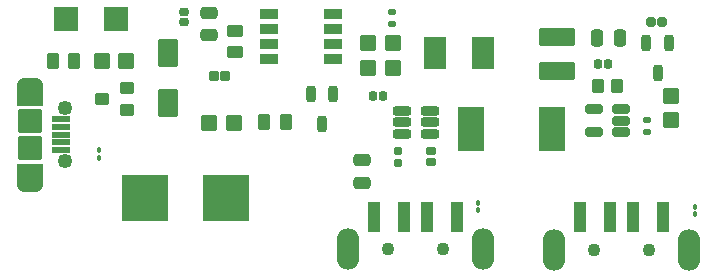
<source format=gbr>
%TF.GenerationSoftware,KiCad,Pcbnew,7.0.8*%
%TF.CreationDate,2024-10-30T19:04:05-07:00*%
%TF.ProjectId,ECE196Team13,45434531-3936-4546-9561-6d31332e6b69,1*%
%TF.SameCoordinates,Original*%
%TF.FileFunction,Soldermask,Top*%
%TF.FilePolarity,Negative*%
%FSLAX46Y46*%
G04 Gerber Fmt 4.6, Leading zero omitted, Abs format (unit mm)*
G04 Created by KiCad (PCBNEW 7.0.8) date 2024-10-30 19:04:05*
%MOMM*%
%LPD*%
G01*
G04 APERTURE LIST*
G04 Aperture macros list*
%AMRoundRect*
0 Rectangle with rounded corners*
0 $1 Rounding radius*
0 $2 $3 $4 $5 $6 $7 $8 $9 X,Y pos of 4 corners*
0 Add a 4 corners polygon primitive as box body*
4,1,4,$2,$3,$4,$5,$6,$7,$8,$9,$2,$3,0*
0 Add four circle primitives for the rounded corners*
1,1,$1+$1,$2,$3*
1,1,$1+$1,$4,$5*
1,1,$1+$1,$6,$7*
1,1,$1+$1,$8,$9*
0 Add four rect primitives between the rounded corners*
20,1,$1+$1,$2,$3,$4,$5,0*
20,1,$1+$1,$4,$5,$6,$7,0*
20,1,$1+$1,$6,$7,$8,$9,0*
20,1,$1+$1,$8,$9,$2,$3,0*%
G04 Aperture macros list end*
%ADD10C,0.010000*%
%ADD11RoundRect,0.260750X-0.158750X0.158750X-0.158750X-0.158750X0.158750X-0.158750X0.158750X0.158750X0*%
%ADD12RoundRect,0.102000X0.395000X0.465000X-0.395000X0.465000X-0.395000X-0.465000X0.395000X-0.465000X0*%
%ADD13RoundRect,0.102000X-0.600000X0.550000X-0.600000X-0.550000X0.600000X-0.550000X0.600000X0.550000X0*%
%ADD14RoundRect,0.100000X-0.100000X0.130000X-0.100000X-0.130000X0.100000X-0.130000X0.100000X0.130000X0*%
%ADD15RoundRect,0.249500X-0.147500X0.457500X-0.147500X-0.457500X0.147500X-0.457500X0.147500X0.457500X0*%
%ADD16RoundRect,0.102000X-0.450000X-0.400000X0.450000X-0.400000X0.450000X0.400000X-0.450000X0.400000X0*%
%ADD17RoundRect,0.250000X0.475000X-0.250000X0.475000X0.250000X-0.475000X0.250000X-0.475000X-0.250000X0*%
%ADD18RoundRect,0.102000X-0.750000X1.060000X-0.750000X-1.060000X0.750000X-1.060000X0.750000X1.060000X0*%
%ADD19RoundRect,0.250000X0.250000X0.475000X-0.250000X0.475000X-0.250000X-0.475000X0.250000X-0.475000X0*%
%ADD20RoundRect,0.245100X-0.156900X0.126900X-0.156900X-0.126900X0.156900X-0.126900X0.156900X0.126900X0*%
%ADD21RoundRect,0.245100X-0.126900X-0.156900X0.126900X-0.156900X0.126900X0.156900X-0.126900X0.156900X0*%
%ADD22RoundRect,0.135000X0.185000X-0.135000X0.185000X0.135000X-0.185000X0.135000X-0.185000X-0.135000X0*%
%ADD23RoundRect,0.135000X-0.185000X0.135000X-0.185000X-0.135000X0.185000X-0.135000X0.185000X0.135000X0*%
%ADD24R,4.000000X4.000000*%
%ADD25RoundRect,0.249500X0.537500X0.147500X-0.537500X0.147500X-0.537500X-0.147500X0.537500X-0.147500X0*%
%ADD26R,2.000000X2.000000*%
%ADD27RoundRect,0.250000X-0.450000X0.262500X-0.450000X-0.262500X0.450000X-0.262500X0.450000X0.262500X0*%
%ADD28RoundRect,0.100000X0.100000X-0.130000X0.100000X0.130000X-0.100000X0.130000X-0.100000X-0.130000X0*%
%ADD29RoundRect,0.250000X-0.262500X-0.450000X0.262500X-0.450000X0.262500X0.450000X-0.262500X0.450000X0*%
%ADD30RoundRect,0.102000X-0.550000X-0.600000X0.550000X-0.600000X0.550000X0.600000X-0.550000X0.600000X0*%
%ADD31C,1.100000*%
%ADD32R,1.100000X2.500000*%
%ADD33O,1.900000X3.500000*%
%ADD34RoundRect,0.102000X1.000000X1.800000X-1.000000X1.800000X-1.000000X-1.800000X1.000000X-1.800000X0*%
%ADD35RoundRect,0.102000X-0.700000X0.300000X-0.700000X-0.300000X0.700000X-0.300000X0.700000X0.300000X0*%
%ADD36RoundRect,0.250000X-0.475000X0.250000X-0.475000X-0.250000X0.475000X-0.250000X0.475000X0.250000X0*%
%ADD37RoundRect,0.102000X0.300000X-0.270000X0.300000X0.270000X-0.300000X0.270000X-0.300000X-0.270000X0*%
%ADD38RoundRect,0.102000X-0.250000X0.237500X-0.250000X-0.237500X0.250000X-0.237500X0.250000X0.237500X0*%
%ADD39RoundRect,0.102000X0.280000X0.340000X-0.280000X0.340000X-0.280000X-0.340000X0.280000X-0.340000X0*%
%ADD40RoundRect,0.250000X0.262500X0.450000X-0.262500X0.450000X-0.262500X-0.450000X0.262500X-0.450000X0*%
%ADD41RoundRect,0.076200X-0.675000X0.200000X-0.675000X-0.200000X0.675000X-0.200000X0.675000X0.200000X0*%
%ADD42RoundRect,0.076200X-0.950000X0.900000X-0.950000X-0.900000X0.950000X-0.900000X0.950000X0.900000X0*%
%ADD43C,1.252400*%
%ADD44RoundRect,0.102000X1.405000X-0.685000X1.405000X0.685000X-1.405000X0.685000X-1.405000X-0.685000X0*%
%ADD45R,1.981200X2.794000*%
%ADD46RoundRect,0.175750X0.611250X0.221250X-0.611250X0.221250X-0.611250X-0.221250X0.611250X-0.221250X0*%
%ADD47RoundRect,0.102000X0.550000X0.600000X-0.550000X0.600000X-0.550000X-0.600000X0.550000X-0.600000X0*%
%ADD48RoundRect,0.245100X0.126900X0.156900X-0.126900X0.156900X-0.126900X-0.156900X0.126900X-0.156900X0*%
G04 APERTURE END LIST*
%TO.C,I1*%
D10*
X136231500Y-48251000D02*
X136262500Y-48253000D01*
X136293500Y-48257000D01*
X136324500Y-48263000D01*
X136355500Y-48270000D01*
X136385500Y-48279000D01*
X136415500Y-48290000D01*
X136444500Y-48302000D01*
X136472500Y-48315000D01*
X136499500Y-48330000D01*
X136526500Y-48347000D01*
X136552500Y-48365000D01*
X136577500Y-48384000D01*
X136601500Y-48404000D01*
X136624500Y-48426000D01*
X136645500Y-48449000D01*
X136666500Y-48472000D01*
X136685500Y-48497000D01*
X136703500Y-48523000D01*
X136719500Y-48550000D01*
X136734500Y-48578000D01*
X136748500Y-48606000D01*
X136760500Y-48635000D01*
X136770500Y-48665000D01*
X136779500Y-48695000D01*
X136786500Y-48725000D01*
X136792500Y-48756000D01*
X136796500Y-48787000D01*
X136799500Y-48819000D01*
X136800500Y-48850000D01*
X136800000Y-50525000D01*
X134699500Y-50525000D01*
X134699500Y-48850000D01*
X134700500Y-48819000D01*
X134703500Y-48787000D01*
X134707500Y-48756000D01*
X134713500Y-48725000D01*
X134720500Y-48695000D01*
X134729500Y-48665000D01*
X134739500Y-48635000D01*
X134751500Y-48606000D01*
X134765500Y-48578000D01*
X134780500Y-48550000D01*
X134796500Y-48523000D01*
X134814500Y-48497000D01*
X134833500Y-48472000D01*
X134854500Y-48449000D01*
X134875500Y-48426000D01*
X134898500Y-48404000D01*
X134922500Y-48384000D01*
X134947500Y-48365000D01*
X134973500Y-48347000D01*
X135000500Y-48330000D01*
X135027500Y-48315000D01*
X135055500Y-48302000D01*
X135084500Y-48290000D01*
X135114500Y-48279000D01*
X135144500Y-48270000D01*
X135175500Y-48263000D01*
X135206500Y-48257000D01*
X135237500Y-48253000D01*
X135268500Y-48251000D01*
X135299500Y-48250000D01*
X136200500Y-48250000D01*
X136231500Y-48251000D01*
G36*
X136231500Y-48251000D02*
G01*
X136262500Y-48253000D01*
X136293500Y-48257000D01*
X136324500Y-48263000D01*
X136355500Y-48270000D01*
X136385500Y-48279000D01*
X136415500Y-48290000D01*
X136444500Y-48302000D01*
X136472500Y-48315000D01*
X136499500Y-48330000D01*
X136526500Y-48347000D01*
X136552500Y-48365000D01*
X136577500Y-48384000D01*
X136601500Y-48404000D01*
X136624500Y-48426000D01*
X136645500Y-48449000D01*
X136666500Y-48472000D01*
X136685500Y-48497000D01*
X136703500Y-48523000D01*
X136719500Y-48550000D01*
X136734500Y-48578000D01*
X136748500Y-48606000D01*
X136760500Y-48635000D01*
X136770500Y-48665000D01*
X136779500Y-48695000D01*
X136786500Y-48725000D01*
X136792500Y-48756000D01*
X136796500Y-48787000D01*
X136799500Y-48819000D01*
X136800500Y-48850000D01*
X136800000Y-50525000D01*
X134699500Y-50525000D01*
X134699500Y-48850000D01*
X134700500Y-48819000D01*
X134703500Y-48787000D01*
X134707500Y-48756000D01*
X134713500Y-48725000D01*
X134720500Y-48695000D01*
X134729500Y-48665000D01*
X134739500Y-48635000D01*
X134751500Y-48606000D01*
X134765500Y-48578000D01*
X134780500Y-48550000D01*
X134796500Y-48523000D01*
X134814500Y-48497000D01*
X134833500Y-48472000D01*
X134854500Y-48449000D01*
X134875500Y-48426000D01*
X134898500Y-48404000D01*
X134922500Y-48384000D01*
X134947500Y-48365000D01*
X134973500Y-48347000D01*
X135000500Y-48330000D01*
X135027500Y-48315000D01*
X135055500Y-48302000D01*
X135084500Y-48290000D01*
X135114500Y-48279000D01*
X135144500Y-48270000D01*
X135175500Y-48263000D01*
X135206500Y-48257000D01*
X135237500Y-48253000D01*
X135268500Y-48251000D01*
X135299500Y-48250000D01*
X136200500Y-48250000D01*
X136231500Y-48251000D01*
G37*
X136800500Y-57200000D02*
X136799500Y-57231000D01*
X136796500Y-57263000D01*
X136792500Y-57294000D01*
X136786500Y-57325000D01*
X136779500Y-57355000D01*
X136770500Y-57385000D01*
X136760500Y-57415000D01*
X136748500Y-57444000D01*
X136734500Y-57472000D01*
X136719500Y-57500000D01*
X136703500Y-57527000D01*
X136685500Y-57553000D01*
X136666500Y-57578000D01*
X136645500Y-57601000D01*
X136624500Y-57624000D01*
X136601500Y-57646000D01*
X136577500Y-57666000D01*
X136552500Y-57685000D01*
X136526500Y-57703000D01*
X136499500Y-57720000D01*
X136472500Y-57735000D01*
X136444500Y-57748000D01*
X136415500Y-57760000D01*
X136385500Y-57771000D01*
X136355500Y-57780000D01*
X136324500Y-57787000D01*
X136293500Y-57793000D01*
X136262500Y-57797000D01*
X136231500Y-57799000D01*
X136200500Y-57800000D01*
X135299500Y-57800000D01*
X135268500Y-57799000D01*
X135237500Y-57797000D01*
X135206500Y-57793000D01*
X135175500Y-57787000D01*
X135144500Y-57780000D01*
X135114500Y-57771000D01*
X135084500Y-57760000D01*
X135055500Y-57748000D01*
X135027500Y-57735000D01*
X135000500Y-57720000D01*
X134973500Y-57703000D01*
X134947500Y-57685000D01*
X134922500Y-57666000D01*
X134898500Y-57646000D01*
X134875500Y-57624000D01*
X134854500Y-57601000D01*
X134833500Y-57578000D01*
X134814500Y-57553000D01*
X134796500Y-57527000D01*
X134780500Y-57500000D01*
X134765500Y-57472000D01*
X134751500Y-57444000D01*
X134739500Y-57415000D01*
X134729500Y-57385000D01*
X134720500Y-57355000D01*
X134713500Y-57325000D01*
X134707500Y-57294000D01*
X134703500Y-57263000D01*
X134700500Y-57231000D01*
X134699500Y-57200000D01*
X134700000Y-55525000D01*
X136800500Y-55525000D01*
X136800500Y-57200000D01*
G36*
X136800500Y-57200000D02*
G01*
X136799500Y-57231000D01*
X136796500Y-57263000D01*
X136792500Y-57294000D01*
X136786500Y-57325000D01*
X136779500Y-57355000D01*
X136770500Y-57385000D01*
X136760500Y-57415000D01*
X136748500Y-57444000D01*
X136734500Y-57472000D01*
X136719500Y-57500000D01*
X136703500Y-57527000D01*
X136685500Y-57553000D01*
X136666500Y-57578000D01*
X136645500Y-57601000D01*
X136624500Y-57624000D01*
X136601500Y-57646000D01*
X136577500Y-57666000D01*
X136552500Y-57685000D01*
X136526500Y-57703000D01*
X136499500Y-57720000D01*
X136472500Y-57735000D01*
X136444500Y-57748000D01*
X136415500Y-57760000D01*
X136385500Y-57771000D01*
X136355500Y-57780000D01*
X136324500Y-57787000D01*
X136293500Y-57793000D01*
X136262500Y-57797000D01*
X136231500Y-57799000D01*
X136200500Y-57800000D01*
X135299500Y-57800000D01*
X135268500Y-57799000D01*
X135237500Y-57797000D01*
X135206500Y-57793000D01*
X135175500Y-57787000D01*
X135144500Y-57780000D01*
X135114500Y-57771000D01*
X135084500Y-57760000D01*
X135055500Y-57748000D01*
X135027500Y-57735000D01*
X135000500Y-57720000D01*
X134973500Y-57703000D01*
X134947500Y-57685000D01*
X134922500Y-57666000D01*
X134898500Y-57646000D01*
X134875500Y-57624000D01*
X134854500Y-57601000D01*
X134833500Y-57578000D01*
X134814500Y-57553000D01*
X134796500Y-57527000D01*
X134780500Y-57500000D01*
X134765500Y-57472000D01*
X134751500Y-57444000D01*
X134739500Y-57415000D01*
X134729500Y-57385000D01*
X134720500Y-57355000D01*
X134713500Y-57325000D01*
X134707500Y-57294000D01*
X134703500Y-57263000D01*
X134700500Y-57231000D01*
X134699500Y-57200000D01*
X134700000Y-55525000D01*
X136800500Y-55525000D01*
X136800500Y-57200000D01*
G37*
%TD*%
D11*
%TO.C,R6*%
X189269500Y-43457500D03*
X188380500Y-43457500D03*
%TD*%
D12*
%TO.C,R5*%
X185495000Y-48875000D03*
X183855000Y-48875000D03*
%TD*%
D13*
%TO.C,L4*%
X190025000Y-49725000D03*
X190025000Y-51825000D03*
%TD*%
D14*
%TO.C,C6*%
X173700000Y-58800000D03*
X173700000Y-59440000D03*
%TD*%
D15*
%TO.C,M2*%
X161445000Y-49590000D03*
X159545000Y-49590000D03*
X160495000Y-52100000D03*
%TD*%
D16*
%TO.C,M1*%
X143975000Y-50950000D03*
X143975000Y-49050000D03*
X141875000Y-50000000D03*
%TD*%
D17*
%TO.C,C4*%
X163875000Y-57100000D03*
X163875000Y-55200000D03*
%TD*%
D18*
%TO.C,D1*%
X147450000Y-50340000D03*
X147450000Y-46110000D03*
%TD*%
D19*
%TO.C,C1*%
X185725000Y-44850000D03*
X183825000Y-44850000D03*
%TD*%
D20*
%TO.C,C2a1*%
X148850000Y-42670000D03*
X148850000Y-43530000D03*
%TD*%
D21*
%TO.C,C2*%
X164845000Y-49755000D03*
X165705000Y-49755000D03*
%TD*%
D22*
%TO.C,R1b1*%
X188000000Y-52810000D03*
X188000000Y-51790000D03*
%TD*%
D23*
%TO.C,R1a1*%
X166470000Y-42660000D03*
X166470000Y-43680000D03*
%TD*%
D24*
%TO.C,TP4*%
X152400000Y-58375000D03*
%TD*%
D25*
%TO.C,U2*%
X169645000Y-52937500D03*
X169645000Y-51987500D03*
X169645000Y-51037500D03*
X167305000Y-51037500D03*
X167305000Y-51987500D03*
X167305000Y-52937500D03*
%TD*%
D26*
%TO.C,TP1*%
X143100000Y-43200000D03*
%TD*%
D27*
%TO.C,R2*%
X153145000Y-44232500D03*
X153145000Y-46057500D03*
%TD*%
D28*
%TO.C,C6a1*%
X141650000Y-54970000D03*
X141650000Y-54330000D03*
%TD*%
D29*
%TO.C,R7a1*%
X137712500Y-46775000D03*
X139537500Y-46775000D03*
%TD*%
D30*
%TO.C,L2*%
X164420000Y-47395000D03*
X166520000Y-47395000D03*
%TD*%
%TO.C,L1*%
X164420000Y-45295000D03*
X166520000Y-45295000D03*
%TD*%
D31*
%TO.C,O1*%
X170725000Y-62725000D03*
X166125000Y-62725000D03*
D32*
X171925000Y-59975000D03*
X169425000Y-59975000D03*
X167425000Y-59975000D03*
X164925000Y-59975000D03*
D33*
X174125000Y-62725000D03*
X162725000Y-62725000D03*
%TD*%
D31*
%TO.C,O2*%
X188175000Y-62775000D03*
X183575000Y-62775000D03*
D32*
X189375000Y-60025000D03*
X186875000Y-60025000D03*
X184875000Y-60025000D03*
X182375000Y-60025000D03*
D33*
X191575000Y-62775000D03*
X180175000Y-62775000D03*
%TD*%
D34*
%TO.C,D2*%
X173162500Y-52525000D03*
X179962500Y-52525000D03*
%TD*%
D35*
%TO.C,U1*%
X156020000Y-42815000D03*
X156020000Y-44085000D03*
X156020000Y-45355000D03*
X156020000Y-46625000D03*
X161420000Y-46625000D03*
X161420000Y-45355000D03*
X161420000Y-44085000D03*
X161420000Y-42815000D03*
%TD*%
D15*
%TO.C,M2*%
X189875000Y-45265000D03*
X187975000Y-45265000D03*
X188925000Y-47775000D03*
%TD*%
D36*
%TO.C,C1a1*%
X150925000Y-42725000D03*
X150925000Y-44625000D03*
%TD*%
D28*
%TO.C,C6*%
X192060000Y-59775000D03*
X192060000Y-59135000D03*
%TD*%
D37*
%TO.C,R3*%
X169700000Y-55319500D03*
X169700000Y-54455500D03*
%TD*%
D38*
%TO.C,R4*%
X166950000Y-54438500D03*
X166950000Y-55462500D03*
%TD*%
D39*
%TO.C,C3*%
X152280000Y-48045000D03*
X151360000Y-48045000D03*
%TD*%
D40*
%TO.C,R7b1*%
X157425000Y-52000000D03*
X155600000Y-52000000D03*
%TD*%
D41*
%TO.C,I1*%
X138425000Y-51725000D03*
X138425000Y-52375000D03*
X138425000Y-53025000D03*
X138425000Y-53675000D03*
X138425000Y-54325000D03*
D42*
X135750000Y-51875000D03*
X135750000Y-54175000D03*
D43*
X138750000Y-50800000D03*
X138750000Y-55250000D03*
%TD*%
D30*
%TO.C,L3*%
X150975000Y-52050000D03*
X153075000Y-52050000D03*
%TD*%
D44*
%TO.C,C5*%
X180425000Y-47620000D03*
X180425000Y-44780000D03*
%TD*%
D45*
%TO.C,L1x1*%
X170036000Y-46100000D03*
X174100000Y-46100000D03*
%TD*%
D46*
%TO.C,U3*%
X185850000Y-52800000D03*
X185850000Y-51850000D03*
X185850000Y-50900000D03*
X183500000Y-50900000D03*
X183500000Y-52800000D03*
%TD*%
D24*
%TO.C,TP3*%
X145500000Y-58375000D03*
%TD*%
D26*
%TO.C,TP2*%
X138850000Y-43200000D03*
%TD*%
D47*
%TO.C,L5*%
X143950000Y-46775000D03*
X141850000Y-46775000D03*
%TD*%
D48*
%TO.C,C2*%
X184710000Y-47025000D03*
X183850000Y-47025000D03*
%TD*%
M02*

</source>
